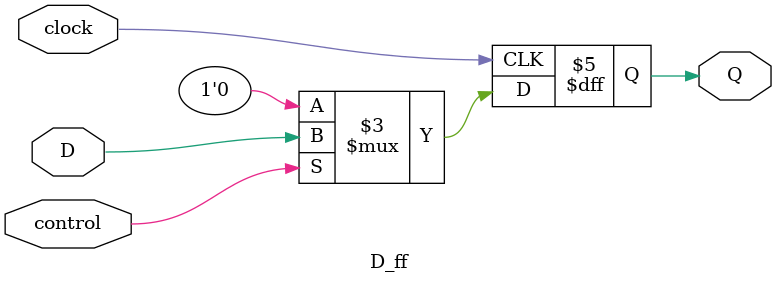
<source format=v>
`timescale 1ns / 1ps


module D_ff(control,clock,D,Q);

    input D,control,clock;
    output reg Q;
    
    always @(posedge clock) begin
        if (control) begin
            Q <= D;
        end
        else begin
            Q = 0;
        end
    end
    
endmodule
</source>
